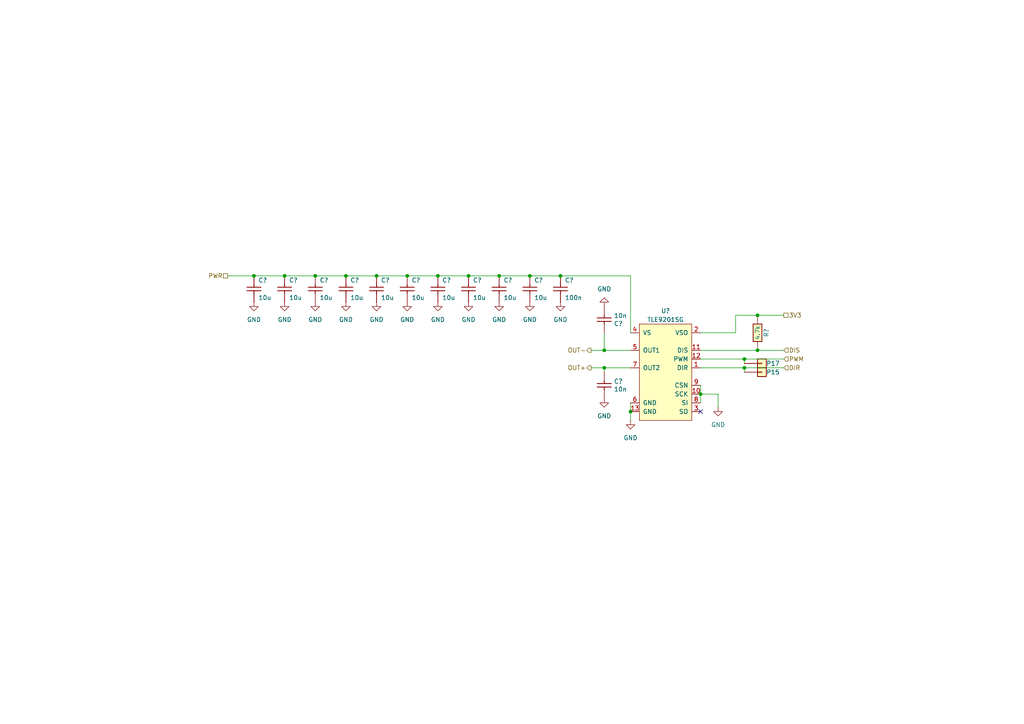
<source format=kicad_sch>
(kicad_sch (version 20231120) (generator "eeschema") (generator_version "8.0")
  (paper "A4")
  (title_block (title "UAEFI") (date "2024-08-15") (rev "D") (company "rusEFI.com"))
  (lib_symbols
    (symbol "GND_2" (power) (pin_numbers hide) (pin_names (offset 0) hide)
      (property "Value" "GND" (at 0 -3.81 0))
      (symbol "GND_2_0_1"
        (polyline (pts (xy 0 0) (xy 0 -1.27) (xy 1.27 -1.27) (xy 0 -2.54) (xy -1.27 -1.27) (xy 0 -1.27)))
      )
      (symbol "GND_2_1_1"
        (pin power_in line (at 0 0 270) (length 0) (name "~") (number "1"))
      )
    )
    (symbol "chips:TLE9201SG" (pin_names (offset 1.016))
      (property "Reference" "U" (at -1.27 3.81 0))
      (property "Value" "TLE9201SG" (at 2.54 1.27 0))
      (symbol "TLE9201SG_0_1"
        (rectangle (start -2.54 0) (end 12.7 -27.94) (fill (type background)))
      )
      (symbol "TLE9201SG_1_1"
        (pin passive line (at -5.08 -12.7 0) (length 2.54) (name "DIR") (number "1"))
        (pin passive line (at -5.08 -20.32 0) (length 2.54) (name "SCK") (number "10"))
        (pin passive line (at -5.08 -7.62 0) (length 2.54) (name "DIS") (number "11"))
        (pin passive line (at -5.08 -10.16 0) (length 2.54) (name "PWM") (number "12"))
        (pin passive line (at 15.24 -25.4 180) (length 2.54) (name "GND") (number "13"))
        (pin passive line (at -5.08 -2.54 0) (length 2.54) (name "VSO") (number "2"))
        (pin passive line (at -5.08 -25.4 0) (length 2.54) (name "SO") (number "3"))
        (pin passive line (at 15.24 -2.54 180) (length 2.54) (name "VS") (number "4"))
        (pin passive line (at 15.24 -7.62 180) (length 2.54) (name "OUT1") (number "5"))
        (pin passive line (at 15.24 -22.86 180) (length 2.54) (name "GND") (number "6"))
        (pin passive line (at 15.24 -12.7 180) (length 2.54) (name "OUT2") (number "7"))
        (pin passive line (at -5.08 -22.86 0) (length 2.54) (name "SI") (number "8"))
        (pin passive line (at -5.08 -17.78 0) (length 2.54) (name "CSN") (number "9"))
      )
    )
    (symbol "hellen-one-common:Cap" (pin_numbers hide)
      (property "Reference" "C" (at -3.81 2.54 0))
      (property "Value" "Cap" (at -2.54 -1.27 0))
      (symbol "Cap_1_0"
        (polyline (pts (xy -1.27 0) (xy -0.508 0)) (stroke (width 0.254)))
        (polyline (pts (xy -0.508 -2.032) (xy -0.508 2.032)) (stroke (width 0.254)))
        (polyline (pts (xy 0.508 2.032) (xy 0.508 -2.032)) (stroke (width 0.254)))
        (polyline (pts (xy 1.27 0) (xy 0.508 0)) (stroke (width 0.254)))
        (pin passive line (at -3.81 0 0) (length 2.54) (name "") (number "1"))
        (pin passive line (at 3.81 0 180) (length 2.54) (name "") (number "2"))
      )
    )
    (symbol "hellen-one-common:Pad" (pin_numbers hide) (pin_names (offset 1.016) hide)
      (property "Reference" "P" (at 2.54 0 0))
      (symbol "Pad_1_1"
        (rectangle (start -1.27 0.127) (end 0 -0.127) (stroke (width 0.1524)))
        (rectangle (start -1.27 1.27) (end 1.27 -1.27) (stroke (width 0.254)) (fill (type background)))
        (pin passive line (at -5.08 0 0) (length 3.81) (name "Pin_1") (number "1"))
      )
    )
    (symbol "hellen-one-common:Res" (pin_numbers hide)
      (property "Reference" "R" (at 3.81 2.54 0))
      (property "Value" "Res" (at 5.08 -2.54 0))
      (symbol "Res_1_0"
        (rectangle (start 2.54 -1.27) (end 7.62 1.27) (stroke (width 0.254)) (fill (type background)))
        (pin passive line (at 0 0 0) (length 2.54) (name "") (number "1"))
        (pin passive line (at 10.16 0 180) (length 2.54) (name "") (number "2"))
      )
    )
  )
  (junction (at 144.78 80.01))
  (junction (at 91.44 80.01))
  (junction (at 219.71 91.44))
  (junction (at 127 80.01))
  (junction (at 135.89 80.01))
  (junction (at 215.9 106.68))
  (junction (at 182.88 119.38))
  (junction (at 215.9 104.14))
  (junction (at 175.26 101.6))
  (junction (at 175.26 106.68))
  (junction (at 109.22 80.01))
  (junction (at 219.71 101.6))
  (junction (at 118.11 80.01))
  (junction (at 203.2 114.3))
  (junction (at 162.56 80.01))
  (junction (at 73.66 80.01))
  (junction (at 153.67 80.01))
  (junction (at 82.55 80.01))
  (junction (at 100.33 80.01))
  (no_connect (at 203.2 119.38))
  (wire (pts (xy 175.26 101.6) (xy 171.45 101.6)))
  (wire (pts (xy 203.2 96.52) (xy 213.36 96.52)))
  (wire (pts (xy 203.2 111.76) (xy 203.2 114.3)))
  (wire (pts (xy 203.2 106.68) (xy 215.9 106.68)))
  (wire (pts (xy 153.67 80.01) (xy 162.56 80.01)))
  (wire (pts (xy 215.9 104.14) (xy 215.9 105.41)))
  (wire (pts (xy 203.2 114.3) (xy 203.2 116.84)))
  (wire (pts (xy 203.2 101.6) (xy 219.71 101.6)))
  (wire (pts (xy 127 80.01) (xy 135.89 80.01)))
  (wire (pts (xy 203.2 104.14) (xy 215.9 104.14)))
  (wire (pts (xy 91.44 80.01) (xy 100.33 80.01)))
  (wire (pts (xy 215.9 104.14) (xy 227.33 104.14)))
  (wire (pts (xy 215.9 106.68) (xy 227.33 106.68)))
  (wire (pts (xy 175.26 106.68) (xy 182.88 106.68)))
  (wire (pts (xy 208.28 118.11) (xy 208.28 114.3)))
  (wire (pts (xy 171.45 106.68) (xy 175.26 106.68)))
  (wire (pts (xy 182.88 101.6) (xy 175.26 101.6)))
  (wire (pts (xy 219.71 91.44) (xy 227.33 91.44)))
  (wire (pts (xy 144.78 80.01) (xy 153.67 80.01)))
  (wire (pts (xy 213.36 96.52) (xy 213.36 91.44)))
  (wire (pts (xy 203.2 114.3) (xy 208.28 114.3)))
  (wire (pts (xy 82.55 80.01) (xy 91.44 80.01)))
  (wire (pts (xy 109.22 80.01) (xy 118.11 80.01)))
  (wire (pts (xy 73.66 80.01) (xy 82.55 80.01)))
  (wire (pts (xy 118.11 80.01) (xy 127 80.01)))
  (wire (pts (xy 175.26 101.6) (xy 175.26 96.52)))
  (wire (pts (xy 175.26 106.68) (xy 175.26 107.95)))
  (wire (pts (xy 182.88 116.84) (xy 182.88 119.38)))
  (wire (pts (xy 135.89 80.01) (xy 144.78 80.01)))
  (wire (pts (xy 213.36 91.44) (xy 219.71 91.44)))
  (wire (pts (xy 66.04 80.01) (xy 73.66 80.01)))
  (wire (pts (xy 182.88 119.38) (xy 182.88 121.92)))
  (wire (pts (xy 219.71 101.6) (xy 227.33 101.6)))
  (wire (pts (xy 162.56 80.01) (xy 182.88 80.01)))
  (wire (pts (xy 182.88 80.01) (xy 182.88 96.52)))
  (wire (pts (xy 215.9 106.68) (xy 215.9 107.95)))
  (wire (pts (xy 100.33 80.01) (xy 109.22 80.01)))
  (hierarchical_label "3V3" (shape passive) (at 227.33 91.44 0))
  (hierarchical_label "OUT-" (shape output) (at 171.45 101.6 180))
  (hierarchical_label "DIS" (shape input) (at 227.33 101.6 0))
  (hierarchical_label "DIR" (shape input) (at 227.33 106.68 0))
  (hierarchical_label "PWM" (shape input) (at 227.33 104.14 0))
  (hierarchical_label "PWR" (shape passive) (at 66.04 80.01 180) (property "Netclass" "DC_Driver_PWR" (effects (hide yes))))
  (hierarchical_label "OUT+" (shape output) (at 171.45 106.68 180))
  (symbol (lib_id "hellen-one-common:Cap") (at 144.78 83.82 90) (unit 1)
    (property "Reference" "C?" (at 146.05 81.28 90) (effects (justify right)))
    (property "Value" "10u" (at 146.05 86.36 90) (effects (justify right)))
    (property "Footprint" "hellen-one-common:C0805" (effects (hide yes)))
    (property "LCSC" "C15850" (effects (hide yes)))
    (instances (project "hellen-112-17" (path "" (reference "C?") (unit 1))) (project "uaefi" (path "" (reference "C9") (unit 1)) (path "" (reference "C22") (unit 1))))
  )
  (symbol (lib_name "GND_2") (lib_id "power:GND") (at 208.28 118.11 0) (unit 1)
    (property "Reference" "#PWR079" (effects (hide yes)))
    (property "Value" "GND" (at 208.28 123.19 0))
    (property "Description" "Power symbol creates a global label with name \"GND\" , ground" (effects (hide yes)))
    (instances (project "MST-01A" (path "" (reference "#PWR079") (unit 1)) (path "" (reference "#PWR080") (unit 1))))
  )
  (symbol (lib_name "GND_2") (lib_id "power:GND") (at 91.44 87.63 0) (unit 1)
    (property "Reference" "#PWR042" (effects (hide yes)))
    (property "Value" "GND" (at 91.44 92.71 0))
    (property "Description" "Power symbol creates a global label with name \"GND\" , ground" (effects (hide yes)))
    (instances (project "MST-01A" (path "" (reference "#PWR042") (unit 1)) (path "" (reference "#PWR043") (unit 1))))
  )
  (symbol (lib_name "GND_2") (lib_id "power:GND") (at 162.56 87.63 0) (unit 1)
    (property "Reference" "#PWR065" (effects (hide yes)))
    (property "Value" "GND" (at 162.56 92.71 0))
    (property "Description" "Power symbol creates a global label with name \"GND\" , ground" (effects (hide yes)))
    (instances (project "MST-01A" (path "" (reference "#PWR065") (unit 1)) (path "" (reference "#PWR066") (unit 1))))
  )
  (symbol (lib_name "GND_2") (lib_id "power:GND") (at 109.22 87.63 0) (unit 1)
    (property "Reference" "#PWR053" (effects (hide yes)))
    (property "Value" "GND" (at 109.22 92.71 0))
    (property "Description" "Power symbol creates a global label with name \"GND\" , ground" (effects (hide yes)))
    (instances (project "MST-01A" (path "" (reference "#PWR053") (unit 1)) (path "" (reference "#PWR054") (unit 1))))
  )
  (symbol (lib_id "hellen-one-common:Cap") (at 118.11 83.82 90) (unit 1)
    (property "Reference" "C?" (at 119.38 81.28 90) (effects (justify right)))
    (property "Value" "10u" (at 119.38 86.36 90) (effects (justify right)))
    (property "Footprint" "hellen-one-common:C0805" (effects (hide yes)))
    (property "LCSC" "C15850" (effects (hide yes)))
    (instances (project "hellen-112-17" (path "" (reference "C?") (unit 1))) (project "uaefi" (path "" (reference "C6") (unit 1)) (path "" (reference "C19") (unit 1))))
  )
  (symbol (lib_name "GND_2") (lib_id "power:GND") (at 144.78 87.63 0) (unit 1)
    (property "Reference" "#PWR061" (effects (hide yes)))
    (property "Value" "GND" (at 144.78 92.71 0))
    (property "Description" "Power symbol creates a global label with name \"GND\" , ground" (effects (hide yes)))
    (instances (project "MST-01A" (path "" (reference "#PWR061") (unit 1)) (path "" (reference "#PWR062") (unit 1))))
  )
  (symbol (lib_id "hellen-one-common:Cap") (at 109.22 83.82 90) (unit 1)
    (property "Reference" "C?" (at 110.49 81.28 90) (effects (justify right)))
    (property "Value" "10u" (at 110.49 86.36 90) (effects (justify right)))
    (property "Footprint" "hellen-one-common:C0805" (effects (hide yes)))
    (property "LCSC" "C15850" (effects (hide yes)))
    (instances (project "hellen-112-17" (path "" (reference "C?") (unit 1))) (project "uaefi" (path "" (reference "C5") (unit 1)) (path "" (reference "C18") (unit 1))))
  )
  (symbol (lib_name "GND_2") (lib_id "power:GND") (at 135.89 87.63 0) (unit 1)
    (property "Reference" "#PWR059" (effects (hide yes)))
    (property "Value" "GND" (at 135.89 92.71 0))
    (property "Description" "Power symbol creates a global label with name \"GND\" , ground" (effects (hide yes)))
    (instances (project "MST-01A" (path "" (reference "#PWR059") (unit 1)) (path "" (reference "#PWR060") (unit 1))))
  )
  (symbol (lib_id "hellen-one-common:Res") (at 219.71 101.6 90) (unit 1)
    (property "Reference" "R?" (at 222.25 96.52 0))
    (property "Value" "4.7k" (at 219.71 96.52 0))
    (property "Footprint" "hellen-one-common:R0603" (effects (hide yes)))
    (property "LCSC" "C23162" (effects (hide yes)))
    (instances (project "hellen-112-17" (path "" (reference "R?") (unit 1)) (path "" (reference "R?") (unit 1))) (project "uaefi" (path "" (reference "R9") (unit 1)) (path "" (reference "R14") (unit 1))))
  )
  (symbol (lib_id "hellen-one-common:Cap") (at 91.44 83.82 90) (unit 1)
    (property "Reference" "C?" (at 92.71 81.28 90) (effects (justify right)))
    (property "Value" "10u" (at 92.71 86.36 90) (effects (justify right)))
    (property "Footprint" "hellen-one-common:C0805" (effects (hide yes)))
    (property "LCSC" "C15850" (effects (hide yes)))
    (instances (project "hellen-112-17" (path "" (reference "C?") (unit 1))) (project "uaefi" (path "" (reference "C3") (unit 1)) (path "" (reference "C16") (unit 1))))
  )
  (symbol (lib_name "GND_2") (lib_id "power:GND") (at 82.55 87.63 0) (unit 1)
    (property "Reference" "#PWR09" (effects (hide yes)))
    (property "Value" "GND" (at 82.55 92.71 0))
    (property "Description" "Power symbol creates a global label with name \"GND\" , ground" (effects (hide yes)))
    (instances (project "MST-01A" (path "" (reference "#PWR09") (unit 1)) (path "" (reference "#PWR010") (unit 1))))
  )
  (symbol (lib_name "GND_2") (lib_id "power:GND") (at 175.26 88.9 180) (unit 1)
    (property "Reference" "#PWR081" (effects (hide yes)))
    (property "Value" "GND" (at 175.26 83.82 0))
    (property "Description" "Power symbol creates a global label with name \"GND\" , ground" (effects (hide yes)))
    (instances (project "MST-01A" (path "" (reference "#PWR081") (unit 1)) (path "" (reference "#PWR082") (unit 1))))
  )
  (symbol (lib_name "GND_2") (lib_id "power:GND") (at 175.26 115.57 0) (unit 1)
    (property "Reference" "#PWR075" (effects (hide yes)))
    (property "Value" "GND" (at 175.26 120.65 0))
    (property "Description" "Power symbol creates a global label with name \"GND\" , ground" (effects (hide yes)))
    (instances (project "MST-01A" (path "" (reference "#PWR075") (unit 1)) (path "" (reference "#PWR076") (unit 1))))
  )
  (symbol (lib_id "hellen-one-common:Cap") (at 100.33 83.82 90) (unit 1)
    (property "Reference" "C?" (at 101.6 81.28 90) (effects (justify right)))
    (property "Value" "10u" (at 101.6 86.36 90) (effects (justify right)))
    (property "Footprint" "hellen-one-common:C0805" (effects (hide yes)))
    (property "LCSC" "C15850" (effects (hide yes)))
    (instances (project "hellen-112-17" (path "" (reference "C?") (unit 1))) (project "uaefi" (path "" (reference "C4") (unit 1)) (path "" (reference "C17") (unit 1))))
  )
  (symbol (lib_id "chips:TLE9201SG") (at 198.12 93.98 0) (mirror y) (unit 1)
    (property "Reference" "U?" (at 193.04 90.17 0))
    (property "Value" "TLE9201SG" (at 193.04 92.71 0))
    (property "Footprint" "Package_SO:Infineon_PG-DSO-12-11" (effects (hide yes)))
    (property "LCSC" "C112633" (effects (hide yes)))
    (instances (project "hellen-112-17" (path "" (reference "U?") (unit 1))) (project "uaefi" (path "" (reference "U1") (unit 1)) (path "" (reference "U2") (unit 1))))
  )
  (symbol (lib_id "hellen-one-common:Cap") (at 73.66 83.82 90) (unit 1)
    (property "Reference" "C?" (at 74.93 81.28 90) (effects (justify right)))
    (property "Value" "10u" (at 74.93 86.36 90) (effects (justify right)))
    (property "Footprint" "hellen-one-common:C0805" (effects (hide yes)))
    (property "LCSC" "C15850" (effects (hide yes)))
    (instances (project "hellen-112-17" (path "" (reference "C?") (unit 1))) (project "uaefi" (path "" (reference "C1") (unit 1)) (path "" (reference "C14") (unit 1))))
  )
  (symbol (lib_id "hellen-one-common:Cap") (at 162.56 83.82 90) (unit 1)
    (property "Reference" "C?" (at 163.83 81.28 90) (effects (justify right)))
    (property "Value" "100n" (at 163.83 86.36 90) (effects (justify right)))
    (property "Footprint" "hellen-one-common:C0603" (effects (hide yes)))
    (property "LCSC" "C14663" (effects (hide yes)))
    (instances (project "hellen-112-17" (path "" (reference "C?") (unit 1))) (project "uaefi" (path "" (reference "C11") (unit 1)) (path "" (reference "C24") (unit 1))))
  )
  (symbol (lib_id "hellen-one-common:Cap") (at 153.67 83.82 90) (unit 1)
    (property "Reference" "C?" (at 154.94 81.28 90) (effects (justify right)))
    (property "Value" "10u" (at 154.94 86.36 90) (effects (justify right)))
    (property "Footprint" "hellen-one-common:C0805" (effects (hide yes)))
    (property "LCSC" "C15850" (effects (hide yes)))
    (instances (project "hellen-112-17" (path "" (reference "C?") (unit 1))) (project "uaefi" (path "" (reference "C10") (unit 1)) (path "" (reference "C23") (unit 1))))
  )
  (symbol (lib_id "hellen-one-common:Cap") (at 135.89 83.82 90) (unit 1)
    (property "Reference" "C?" (at 137.16 81.28 90) (effects (justify right)))
    (property "Value" "10u" (at 137.16 86.36 90) (effects (justify right)))
    (property "Footprint" "hellen-one-common:C0805" (effects (hide yes)))
    (property "LCSC" "C15850" (effects (hide yes)))
    (instances (project "hellen-112-17" (path "" (reference "C?") (unit 1))) (project "uaefi" (path "" (reference "C8") (unit 1)) (path "" (reference "C21") (unit 1))))
  )
  (symbol (lib_name "GND_2") (lib_id "power:GND") (at 100.33 87.63 0) (unit 1)
    (property "Reference" "#PWR050" (effects (hide yes)))
    (property "Value" "GND" (at 100.33 92.71 0))
    (property "Description" "Power symbol creates a global label with name \"GND\" , ground" (effects (hide yes)))
    (instances (project "MST-01A" (path "" (reference "#PWR050") (unit 1)) (path "" (reference "#PWR052") (unit 1))))
  )
  (symbol (lib_name "GND_2") (lib_id "power:GND") (at 73.66 87.63 0) (unit 1)
    (property "Reference" "#PWR01" (effects (hide yes)))
    (property "Value" "GND" (at 73.66 92.71 0))
    (property "Description" "Power symbol creates a global label with name \"GND\" , ground" (effects (hide yes)))
    (instances (project "MST-01A" (path "" (reference "#PWR01") (unit 1)) (path "" (reference "#PWR03") (unit 1))))
  )
  (symbol (lib_id "hellen-one-common:Pad") (at 220.98 107.95 0) (unit 1)
    (property "Reference" "P15" (at 222.25 107.95 0) (effects (justify left)))
    (property "Value" "Pad" (effects (hide yes)))
    (property "Footprint" "hellen-one-common:PAD-TH" (effects (hide yes)))
    (instances (project "uaefi" (path "" (reference "P15") (unit 1)) (path "" (reference "P16") (unit 1))))
  )
  (symbol (lib_name "GND_2") (lib_id "power:GND") (at 118.11 87.63 0) (unit 1)
    (property "Reference" "#PWR055" (effects (hide yes)))
    (property "Value" "GND" (at 118.11 92.71 0))
    (property "Description" "Power symbol creates a global label with name \"GND\" , ground" (effects (hide yes)))
    (instances (project "MST-01A" (path "" (reference "#PWR055") (unit 1)) (path "" (reference "#PWR056") (unit 1))))
  )
  (symbol (lib_name "GND_2") (lib_id "power:GND") (at 182.88 121.92 0) (unit 1)
    (property "Reference" "#PWR077" (effects (hide yes)))
    (property "Value" "GND" (at 182.88 127 0))
    (property "Description" "Power symbol creates a global label with name \"GND\" , ground" (effects (hide yes)))
    (instances (project "MST-01A" (path "" (reference "#PWR077") (unit 1)) (path "" (reference "#PWR078") (unit 1))))
  )
  (symbol (lib_id "hellen-one-common:Cap") (at 127 83.82 90) (unit 1)
    (property "Reference" "C?" (at 128.27 81.28 90) (effects (justify right)))
    (property "Value" "10u" (at 128.27 86.36 90) (effects (justify right)))
    (property "Footprint" "hellen-one-common:C0805" (effects (hide yes)))
    (property "LCSC" "C15850" (effects (hide yes)))
    (instances (project "hellen-112-17" (path "" (reference "C?") (unit 1))) (project "uaefi" (path "" (reference "C7") (unit 1)) (path "" (reference "C20") (unit 1))))
  )
  (symbol (lib_name "GND_2") (lib_id "power:GND") (at 153.67 87.63 0) (unit 1)
    (property "Reference" "#PWR063" (effects (hide yes)))
    (property "Value" "GND" (at 153.67 92.71 0))
    (property "Description" "Power symbol creates a global label with name \"GND\" , ground" (effects (hide yes)))
    (instances (project "MST-01A" (path "" (reference "#PWR063") (unit 1)) (path "" (reference "#PWR064") (unit 1))))
  )
  (symbol (lib_name "GND_2") (lib_id "power:GND") (at 127 87.63 0) (unit 1)
    (property "Reference" "#PWR057" (effects (hide yes)))
    (property "Value" "GND" (at 127 92.71 0))
    (property "Description" "Power symbol creates a global label with name \"GND\" , ground" (effects (hide yes)))
    (instances (project "MST-01A" (path "" (reference "#PWR057") (unit 1)) (path "" (reference "#PWR058") (unit 1))))
  )
  (symbol (lib_id "hellen-one-common:Cap") (at 82.55 83.82 90) (unit 1)
    (property "Reference" "C?" (at 83.82 81.28 90) (effects (justify right)))
    (property "Value" "10u" (at 83.82 86.36 90) (effects (justify right)))
    (property "Footprint" "hellen-one-common:C0805" (effects (hide yes)))
    (property "LCSC" "C15850" (effects (hide yes)))
    (instances (project "hellen-112-17" (path "" (reference "C?") (unit 1))) (project "uaefi" (path "" (reference "C2") (unit 1)) (path "" (reference "C15") (unit 1))))
  )
  (symbol (lib_id "hellen-one-common:Cap") (at 175.26 92.71 90) (mirror x) (unit 1)
    (property "Reference" "C?" (at 178.0541 93.8594 90) (effects (justify right)))
    (property "Value" "10n" (at 178.0541 91.5607 90) (effects (justify right)))
    (property "Footprint" "hellen-one-common:C0603" (effects (hide yes)))
    (property "LCSC" "C57112" (effects (hide yes)))
    (instances (project "hellen-112-17" (path "" (reference "C?") (unit 1)) (path "" (reference "C?") (unit 1))) (project "uaefi" (path "" (reference "C12") (unit 1)) (path "" (reference "C25") (unit 1))))
  )
  (symbol (lib_id "hellen-one-common:Cap") (at 175.26 111.76 90) (unit 1)
    (property "Reference" "C?" (at 178.0541 110.6106 90) (effects (justify right)))
    (property "Value" "10n" (at 178.0541 112.9093 90) (effects (justify right)))
    (property "Footprint" "hellen-one-common:C0603" (effects (hide yes)))
    (property "LCSC" "C57112" (effects (hide yes)))
    (instances (project "hellen-112-17" (path "" (reference "C?") (unit 1)) (path "" (reference "C?") (unit 1))) (project "uaefi" (path "" (reference "C13") (unit 1)) (path "" (reference "C26") (unit 1))))
  )
  (symbol (lib_id "hellen-one-common:Pad") (at 220.98 105.41 0) (unit 1)
    (property "Reference" "P17" (at 222.25 105.41 0) (effects (justify left)))
    (property "Value" "Pad" (effects (hide yes)))
    (property "Footprint" "hellen-one-common:PAD-TH" (effects (hide yes)))
    (instances (project "uaefi" (path "" (reference "P17") (unit 1)) (path "" (reference "P18") (unit 1))))
  )
)
</source>
